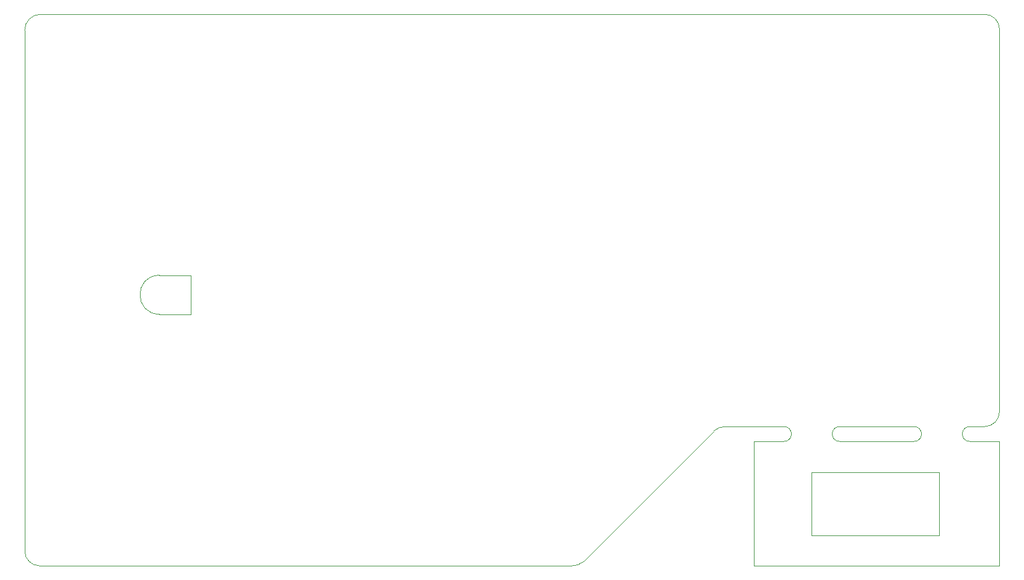
<source format=gm1>
G04 #@! TF.GenerationSoftware,KiCad,Pcbnew,(6.0.10)*
G04 #@! TF.CreationDate,2023-03-05T22:21:07-08:00*
G04 #@! TF.ProjectId,tsbym,74736279-6d2e-46b6-9963-61645f706362,rev?*
G04 #@! TF.SameCoordinates,Original*
G04 #@! TF.FileFunction,Profile,NP*
%FSLAX46Y46*%
G04 Gerber Fmt 4.6, Leading zero omitted, Abs format (unit mm)*
G04 Created by KiCad (PCBNEW (6.0.10)) date 2023-03-05 22:21:07*
%MOMM*%
%LPD*%
G01*
G04 APERTURE LIST*
G04 #@! TA.AperFunction,Profile*
%ADD10C,0.100000*%
G04 #@! TD*
G04 APERTURE END LIST*
D10*
X175767999Y-48767999D02*
G75*
G03*
X173736000Y-46736000I-2031999J0D01*
G01*
X146304000Y-103124000D02*
X138303000Y-103124000D01*
X142240000Y-105156000D02*
X142240000Y-122174000D01*
X173736001Y-103123999D02*
G75*
G03*
X175768000Y-101092000I0J2031999D01*
G01*
X117348000Y-122174000D02*
G75*
G03*
X118896227Y-121606519I-5457J2410600D01*
G01*
X175768000Y-101092000D02*
X175768000Y-48768000D01*
X142240000Y-122174000D02*
X163322000Y-122174000D01*
X150114000Y-117983000D02*
X150114000Y-109347000D01*
X173736000Y-46736000D02*
X44704000Y-46736000D01*
X171704000Y-103124000D02*
X173736000Y-103124000D01*
X60960000Y-82423000D02*
G75*
G03*
X60960000Y-87757000I0J-2667000D01*
G01*
X153924000Y-103124000D02*
G75*
G03*
X153924000Y-105156000I0J-1016000D01*
G01*
X44704000Y-46736000D02*
G75*
G03*
X42544999Y-48894999I-1J-2159000D01*
G01*
X164084000Y-103124000D02*
X153924000Y-103124000D01*
X150114000Y-109347000D02*
X167513000Y-109347000D01*
X117348000Y-122174000D02*
X44577000Y-122174000D01*
X65278000Y-82423000D02*
X65278000Y-87757000D01*
X146304000Y-105156000D02*
G75*
G03*
X146304000Y-103124000I0J1016000D01*
G01*
X175768000Y-105156000D02*
X175768000Y-122174000D01*
X150114000Y-117983000D02*
X167513000Y-117983000D01*
X153924000Y-105156000D02*
X164084000Y-105156000D01*
X167513000Y-109347000D02*
X167513000Y-117983000D01*
X42545000Y-48895000D02*
X42545000Y-120142000D01*
X65278000Y-87757000D02*
X60960000Y-87757000D01*
X42545001Y-120142001D02*
G75*
G03*
X44577000Y-122174000I2031999J0D01*
G01*
X171704000Y-105156000D02*
X175768000Y-105156000D01*
X163322000Y-122174000D02*
X175768000Y-122174000D01*
X171704000Y-103124000D02*
G75*
G03*
X171704000Y-105156000I0J-1016000D01*
G01*
X60960000Y-82423000D02*
X65278000Y-82423000D01*
X138303000Y-103124000D02*
G75*
G03*
X136754773Y-103691481I5457J-2410600D01*
G01*
X142240000Y-105156000D02*
X146304000Y-105156000D01*
X164084000Y-105156000D02*
G75*
G03*
X164084000Y-103124000I0J1016000D01*
G01*
X118896228Y-121606518D02*
X136754772Y-103691482D01*
M02*

</source>
